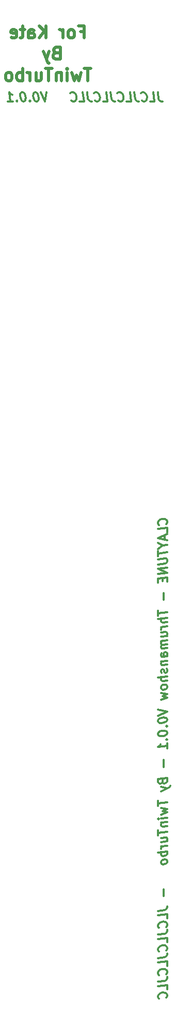
<source format=gbr>
G04 #@! TF.GenerationSoftware,KiCad,Pcbnew,(5.1.7)-1*
G04 #@! TF.CreationDate,2021-12-31T12:27:06+00:00*
G04 #@! TF.ProjectId,Panel,50616e65-6c2e-46b6-9963-61645f706362,rev?*
G04 #@! TF.SameCoordinates,Original*
G04 #@! TF.FileFunction,Legend,Bot*
G04 #@! TF.FilePolarity,Positive*
%FSLAX46Y46*%
G04 Gerber Fmt 4.6, Leading zero omitted, Abs format (unit mm)*
G04 Created by KiCad (PCBNEW (5.1.7)-1) date 2021-12-31 12:27:06*
%MOMM*%
%LPD*%
G01*
G04 APERTURE LIST*
%ADD10C,0.300000*%
%ADD11C,0.500000*%
G04 APERTURE END LIST*
D10*
X180371428Y30101428D02*
X180505357Y29030000D01*
X180603571Y28815714D01*
X180764285Y28672857D01*
X180987500Y28601428D01*
X181130357Y28601428D01*
X179130357Y28601428D02*
X179844642Y28601428D01*
X179657142Y30101428D01*
X177755357Y28744285D02*
X177835714Y28672857D01*
X178058928Y28601428D01*
X178201785Y28601428D01*
X178407142Y28672857D01*
X178532142Y28815714D01*
X178585714Y28958571D01*
X178621428Y29244285D01*
X178594642Y29458571D01*
X178487500Y29744285D01*
X178398214Y29887142D01*
X178237500Y30030000D01*
X178014285Y30101428D01*
X177871428Y30101428D01*
X177666071Y30030000D01*
X177603571Y29958571D01*
X176514285Y30101428D02*
X176648214Y29030000D01*
X176746428Y28815714D01*
X176907142Y28672857D01*
X177130357Y28601428D01*
X177273214Y28601428D01*
X175273214Y28601428D02*
X175987500Y28601428D01*
X175800000Y30101428D01*
X173898214Y28744285D02*
X173978571Y28672857D01*
X174201785Y28601428D01*
X174344642Y28601428D01*
X174550000Y28672857D01*
X174675000Y28815714D01*
X174728571Y28958571D01*
X174764285Y29244285D01*
X174737500Y29458571D01*
X174630357Y29744285D01*
X174541071Y29887142D01*
X174380357Y30030000D01*
X174157142Y30101428D01*
X174014285Y30101428D01*
X173808928Y30030000D01*
X173746428Y29958571D01*
X172657142Y30101428D02*
X172791071Y29030000D01*
X172889285Y28815714D01*
X173050000Y28672857D01*
X173273214Y28601428D01*
X173416071Y28601428D01*
X171416071Y28601428D02*
X172130357Y28601428D01*
X171942857Y30101428D01*
X170041071Y28744285D02*
X170121428Y28672857D01*
X170344642Y28601428D01*
X170487500Y28601428D01*
X170692857Y28672857D01*
X170817857Y28815714D01*
X170871428Y28958571D01*
X170907142Y29244285D01*
X170880357Y29458571D01*
X170773214Y29744285D01*
X170683928Y29887142D01*
X170523214Y30030000D01*
X170300000Y30101428D01*
X170157142Y30101428D01*
X169951785Y30030000D01*
X169889285Y29958571D01*
X168800000Y30101428D02*
X168933928Y29030000D01*
X169032142Y28815714D01*
X169192857Y28672857D01*
X169416071Y28601428D01*
X169558928Y28601428D01*
X167558928Y28601428D02*
X168273214Y28601428D01*
X168085714Y30101428D01*
X166183928Y28744285D02*
X166264285Y28672857D01*
X166487500Y28601428D01*
X166630357Y28601428D01*
X166835714Y28672857D01*
X166960714Y28815714D01*
X167014285Y28958571D01*
X167050000Y29244285D01*
X167023214Y29458571D01*
X166916071Y29744285D01*
X166826785Y29887142D01*
X166666071Y30030000D01*
X166442857Y30101428D01*
X166300000Y30101428D01*
X166094642Y30030000D01*
X166032142Y29958571D01*
X162157142Y30101428D02*
X161844642Y28601428D01*
X161157142Y30101428D01*
X160371428Y30101428D02*
X160228571Y30101428D01*
X160094642Y30030000D01*
X160032142Y29958571D01*
X159978571Y29815714D01*
X159942857Y29530000D01*
X159987500Y29172857D01*
X160094642Y28887142D01*
X160183928Y28744285D01*
X160264285Y28672857D01*
X160416071Y28601428D01*
X160558928Y28601428D01*
X160692857Y28672857D01*
X160755357Y28744285D01*
X160808928Y28887142D01*
X160844642Y29172857D01*
X160800000Y29530000D01*
X160692857Y29815714D01*
X160603571Y29958571D01*
X160523214Y30030000D01*
X160371428Y30101428D01*
X159398214Y28744285D02*
X159335714Y28672857D01*
X159416071Y28601428D01*
X159478571Y28672857D01*
X159398214Y28744285D01*
X159416071Y28601428D01*
X158228571Y30101428D02*
X158085714Y30101428D01*
X157951785Y30030000D01*
X157889285Y29958571D01*
X157835714Y29815714D01*
X157800000Y29530000D01*
X157844642Y29172857D01*
X157951785Y28887142D01*
X158041071Y28744285D01*
X158121428Y28672857D01*
X158273214Y28601428D01*
X158416071Y28601428D01*
X158550000Y28672857D01*
X158612500Y28744285D01*
X158666071Y28887142D01*
X158701785Y29172857D01*
X158657142Y29530000D01*
X158550000Y29815714D01*
X158460714Y29958571D01*
X158380357Y30030000D01*
X158228571Y30101428D01*
X157255357Y28744285D02*
X157192857Y28672857D01*
X157273214Y28601428D01*
X157335714Y28672857D01*
X157255357Y28744285D01*
X157273214Y28601428D01*
X155773214Y28601428D02*
X156630357Y28601428D01*
X156201785Y28601428D02*
X156014285Y30101428D01*
X156183928Y29887142D01*
X156344642Y29744285D01*
X156496428Y29672857D01*
X181775714Y-40491785D02*
X181847142Y-40411428D01*
X181918571Y-40188214D01*
X181918571Y-40045357D01*
X181847142Y-39840000D01*
X181704285Y-39715000D01*
X181561428Y-39661428D01*
X181275714Y-39625714D01*
X181061428Y-39652500D01*
X180775714Y-39759642D01*
X180632857Y-39848928D01*
X180490000Y-40009642D01*
X180418571Y-40232857D01*
X180418571Y-40375714D01*
X180490000Y-40581071D01*
X180561428Y-40643571D01*
X181918571Y-41831071D02*
X181918571Y-41116785D01*
X180418571Y-41304285D01*
X181490000Y-42313214D02*
X181490000Y-43027500D01*
X181918571Y-42116785D02*
X180418571Y-42804285D01*
X181918571Y-43116785D01*
X181204285Y-43991785D02*
X181918571Y-43902500D01*
X180418571Y-43590000D02*
X181204285Y-43991785D01*
X180418571Y-44590000D01*
X180418571Y-44875714D02*
X180418571Y-45732857D01*
X181918571Y-45116785D02*
X180418571Y-45304285D01*
X180418571Y-46232857D02*
X181632857Y-46081071D01*
X181775714Y-46134642D01*
X181847142Y-46197142D01*
X181918571Y-46331071D01*
X181918571Y-46616785D01*
X181847142Y-46768571D01*
X181775714Y-46848928D01*
X181632857Y-46938214D01*
X180418571Y-47090000D01*
X181918571Y-47616785D02*
X180418571Y-47804285D01*
X181918571Y-48473928D01*
X180418571Y-48661428D01*
X181132857Y-49286428D02*
X181132857Y-49786428D01*
X181918571Y-49902500D02*
X181918571Y-49188214D01*
X180418571Y-49375714D01*
X180418571Y-50090000D01*
X181347142Y-51759642D02*
X181347142Y-52902500D01*
X180418571Y-54661428D02*
X180418571Y-55518571D01*
X181918571Y-54902500D02*
X180418571Y-55090000D01*
X181918571Y-55831071D02*
X180418571Y-56018571D01*
X181918571Y-56473928D02*
X181132857Y-56572142D01*
X180990000Y-56518571D01*
X180918571Y-56384642D01*
X180918571Y-56170357D01*
X180990000Y-56018571D01*
X181061428Y-55938214D01*
X181918571Y-57188214D02*
X180918571Y-57313214D01*
X181204285Y-57277500D02*
X181061428Y-57366785D01*
X180990000Y-57447142D01*
X180918571Y-57598928D01*
X180918571Y-57741785D01*
X180918571Y-58884642D02*
X181918571Y-58759642D01*
X180918571Y-58241785D02*
X181704285Y-58143571D01*
X181847142Y-58197142D01*
X181918571Y-58331071D01*
X181918571Y-58545357D01*
X181847142Y-58697142D01*
X181775714Y-58777500D01*
X181918571Y-59473928D02*
X180918571Y-59598928D01*
X181061428Y-59581071D02*
X180990000Y-59661428D01*
X180918571Y-59813214D01*
X180918571Y-60027500D01*
X180990000Y-60161428D01*
X181132857Y-60215000D01*
X181918571Y-60116785D01*
X181132857Y-60215000D02*
X180990000Y-60304285D01*
X180918571Y-60456071D01*
X180918571Y-60670357D01*
X180990000Y-60804285D01*
X181132857Y-60857857D01*
X181918571Y-60759642D01*
X181918571Y-62116785D02*
X181132857Y-62215000D01*
X180990000Y-62161428D01*
X180918571Y-62027500D01*
X180918571Y-61741785D01*
X180990000Y-61590000D01*
X181847142Y-62125714D02*
X181918571Y-61973928D01*
X181918571Y-61616785D01*
X181847142Y-61482857D01*
X181704285Y-61429285D01*
X181561428Y-61447142D01*
X181418571Y-61536428D01*
X181347142Y-61688214D01*
X181347142Y-62045357D01*
X181275714Y-62197142D01*
X180918571Y-62956071D02*
X181918571Y-62831071D01*
X181061428Y-62938214D02*
X180990000Y-63018571D01*
X180918571Y-63170357D01*
X180918571Y-63384642D01*
X180990000Y-63518571D01*
X181132857Y-63572142D01*
X181918571Y-63473928D01*
X181847142Y-64125714D02*
X181918571Y-64259642D01*
X181918571Y-64545357D01*
X181847142Y-64697142D01*
X181704285Y-64786428D01*
X181632857Y-64795357D01*
X181490000Y-64741785D01*
X181418571Y-64607857D01*
X181418571Y-64393571D01*
X181347142Y-64259642D01*
X181204285Y-64206071D01*
X181132857Y-64215000D01*
X180990000Y-64304285D01*
X180918571Y-64456071D01*
X180918571Y-64670357D01*
X180990000Y-64804285D01*
X181918571Y-65402500D02*
X180418571Y-65590000D01*
X181918571Y-66045357D02*
X181132857Y-66143571D01*
X180990000Y-66090000D01*
X180918571Y-65956071D01*
X180918571Y-65741785D01*
X180990000Y-65590000D01*
X181061428Y-65509642D01*
X181918571Y-66973928D02*
X181847142Y-66840000D01*
X181775714Y-66777500D01*
X181632857Y-66723928D01*
X181204285Y-66777500D01*
X181061428Y-66866785D01*
X180990000Y-66947142D01*
X180918571Y-67098928D01*
X180918571Y-67313214D01*
X180990000Y-67447142D01*
X181061428Y-67509642D01*
X181204285Y-67563214D01*
X181632857Y-67509642D01*
X181775714Y-67420357D01*
X181847142Y-67340000D01*
X181918571Y-67188214D01*
X181918571Y-66973928D01*
X180918571Y-68098928D02*
X181918571Y-68259642D01*
X181204285Y-68634642D01*
X181918571Y-68831071D01*
X180918571Y-69241785D01*
X180418571Y-70804285D02*
X181918571Y-71116785D01*
X180418571Y-71804285D01*
X180418571Y-72590000D02*
X180418571Y-72732857D01*
X180490000Y-72866785D01*
X180561428Y-72929285D01*
X180704285Y-72982857D01*
X180990000Y-73018571D01*
X181347142Y-72973928D01*
X181632857Y-72866785D01*
X181775714Y-72777500D01*
X181847142Y-72697142D01*
X181918571Y-72545357D01*
X181918571Y-72402500D01*
X181847142Y-72268571D01*
X181775714Y-72206071D01*
X181632857Y-72152500D01*
X181347142Y-72116785D01*
X180990000Y-72161428D01*
X180704285Y-72268571D01*
X180561428Y-72357857D01*
X180490000Y-72438214D01*
X180418571Y-72590000D01*
X181775714Y-73563214D02*
X181847142Y-73625714D01*
X181918571Y-73545357D01*
X181847142Y-73482857D01*
X181775714Y-73563214D01*
X181918571Y-73545357D01*
X180418571Y-74732857D02*
X180418571Y-74875714D01*
X180490000Y-75009642D01*
X180561428Y-75072142D01*
X180704285Y-75125714D01*
X180990000Y-75161428D01*
X181347142Y-75116785D01*
X181632857Y-75009642D01*
X181775714Y-74920357D01*
X181847142Y-74840000D01*
X181918571Y-74688214D01*
X181918571Y-74545357D01*
X181847142Y-74411428D01*
X181775714Y-74348928D01*
X181632857Y-74295357D01*
X181347142Y-74259642D01*
X180990000Y-74304285D01*
X180704285Y-74411428D01*
X180561428Y-74500714D01*
X180490000Y-74581071D01*
X180418571Y-74732857D01*
X181775714Y-75706071D02*
X181847142Y-75768571D01*
X181918571Y-75688214D01*
X181847142Y-75625714D01*
X181775714Y-75706071D01*
X181918571Y-75688214D01*
X181918571Y-77188214D02*
X181918571Y-76331071D01*
X181918571Y-76759642D02*
X180418571Y-76947142D01*
X180632857Y-76777500D01*
X180775714Y-76616785D01*
X180847142Y-76465000D01*
X181347142Y-79045357D02*
X181347142Y-80188214D01*
X181132857Y-82572142D02*
X181204285Y-82777500D01*
X181275714Y-82840000D01*
X181418571Y-82893571D01*
X181632857Y-82866785D01*
X181775714Y-82777500D01*
X181847142Y-82697142D01*
X181918571Y-82545357D01*
X181918571Y-81973928D01*
X180418571Y-82161428D01*
X180418571Y-82661428D01*
X180490000Y-82795357D01*
X180561428Y-82857857D01*
X180704285Y-82911428D01*
X180847142Y-82893571D01*
X180990000Y-82804285D01*
X181061428Y-82723928D01*
X181132857Y-82572142D01*
X181132857Y-82072142D01*
X180918571Y-83456071D02*
X181918571Y-83688214D01*
X180918571Y-84170357D02*
X181918571Y-83688214D01*
X182275714Y-83500714D01*
X182347142Y-83420357D01*
X182418571Y-83268571D01*
X180418571Y-85732857D02*
X180418571Y-86590000D01*
X181918571Y-85973928D02*
X180418571Y-86161428D01*
X180918571Y-86884642D02*
X181918571Y-87045357D01*
X181204285Y-87420357D01*
X181918571Y-87616785D01*
X180918571Y-88027500D01*
X181918571Y-88473928D02*
X180918571Y-88598928D01*
X180418571Y-88661428D02*
X180490000Y-88581071D01*
X180561428Y-88643571D01*
X180490000Y-88723928D01*
X180418571Y-88661428D01*
X180561428Y-88643571D01*
X180918571Y-89313214D02*
X181918571Y-89188214D01*
X181061428Y-89295357D02*
X180990000Y-89375714D01*
X180918571Y-89527500D01*
X180918571Y-89741785D01*
X180990000Y-89875714D01*
X181132857Y-89929285D01*
X181918571Y-89831071D01*
X180418571Y-90518571D02*
X180418571Y-91375714D01*
X181918571Y-90759642D02*
X180418571Y-90947142D01*
X180918571Y-92456071D02*
X181918571Y-92331071D01*
X180918571Y-91813214D02*
X181704285Y-91715000D01*
X181847142Y-91768571D01*
X181918571Y-91902500D01*
X181918571Y-92116785D01*
X181847142Y-92268571D01*
X181775714Y-92348928D01*
X181918571Y-93045357D02*
X180918571Y-93170357D01*
X181204285Y-93134642D02*
X181061428Y-93223928D01*
X180990000Y-93304285D01*
X180918571Y-93456071D01*
X180918571Y-93598928D01*
X181918571Y-93973928D02*
X180418571Y-94161428D01*
X180990000Y-94090000D02*
X180918571Y-94241785D01*
X180918571Y-94527500D01*
X180990000Y-94661428D01*
X181061428Y-94723928D01*
X181204285Y-94777500D01*
X181632857Y-94723928D01*
X181775714Y-94634642D01*
X181847142Y-94554285D01*
X181918571Y-94402500D01*
X181918571Y-94116785D01*
X181847142Y-93982857D01*
X181918571Y-95545357D02*
X181847142Y-95411428D01*
X181775714Y-95348928D01*
X181632857Y-95295357D01*
X181204285Y-95348928D01*
X181061428Y-95438214D01*
X180990000Y-95518571D01*
X180918571Y-95670357D01*
X180918571Y-95884642D01*
X180990000Y-96018571D01*
X181061428Y-96081071D01*
X181204285Y-96134642D01*
X181632857Y-96081071D01*
X181775714Y-95991785D01*
X181847142Y-95911428D01*
X181918571Y-95759642D01*
X181918571Y-95545357D01*
X181347142Y-100188214D02*
X181347142Y-101331071D01*
X180418571Y-103732857D02*
X181490000Y-103598928D01*
X181704285Y-103500714D01*
X181847142Y-103340000D01*
X181918571Y-103116785D01*
X181918571Y-102973928D01*
X181918571Y-104973928D02*
X181918571Y-104259642D01*
X180418571Y-104447142D01*
X181775714Y-106348928D02*
X181847142Y-106268571D01*
X181918571Y-106045357D01*
X181918571Y-105902500D01*
X181847142Y-105697142D01*
X181704285Y-105572142D01*
X181561428Y-105518571D01*
X181275714Y-105482857D01*
X181061428Y-105509642D01*
X180775714Y-105616785D01*
X180632857Y-105706071D01*
X180490000Y-105866785D01*
X180418571Y-106090000D01*
X180418571Y-106232857D01*
X180490000Y-106438214D01*
X180561428Y-106500714D01*
X180418571Y-107590000D02*
X181490000Y-107456071D01*
X181704285Y-107357857D01*
X181847142Y-107197142D01*
X181918571Y-106973928D01*
X181918571Y-106831071D01*
X181918571Y-108831071D02*
X181918571Y-108116785D01*
X180418571Y-108304285D01*
X181775714Y-110206071D02*
X181847142Y-110125714D01*
X181918571Y-109902500D01*
X181918571Y-109759642D01*
X181847142Y-109554285D01*
X181704285Y-109429285D01*
X181561428Y-109375714D01*
X181275714Y-109340000D01*
X181061428Y-109366785D01*
X180775714Y-109473928D01*
X180632857Y-109563214D01*
X180490000Y-109723928D01*
X180418571Y-109947142D01*
X180418571Y-110090000D01*
X180490000Y-110295357D01*
X180561428Y-110357857D01*
X180418571Y-111447142D02*
X181490000Y-111313214D01*
X181704285Y-111215000D01*
X181847142Y-111054285D01*
X181918571Y-110831071D01*
X181918571Y-110688214D01*
X181918571Y-112688214D02*
X181918571Y-111973928D01*
X180418571Y-112161428D01*
X181775714Y-114063214D02*
X181847142Y-113982857D01*
X181918571Y-113759642D01*
X181918571Y-113616785D01*
X181847142Y-113411428D01*
X181704285Y-113286428D01*
X181561428Y-113232857D01*
X181275714Y-113197142D01*
X181061428Y-113223928D01*
X180775714Y-113331071D01*
X180632857Y-113420357D01*
X180490000Y-113581071D01*
X180418571Y-113804285D01*
X180418571Y-113947142D01*
X180490000Y-114152500D01*
X180561428Y-114215000D01*
X180418571Y-115304285D02*
X181490000Y-115170357D01*
X181704285Y-115072142D01*
X181847142Y-114911428D01*
X181918571Y-114688214D01*
X181918571Y-114545357D01*
X181918571Y-116545357D02*
X181918571Y-115831071D01*
X180418571Y-116018571D01*
X181775714Y-117920357D02*
X181847142Y-117840000D01*
X181918571Y-117616785D01*
X181918571Y-117473928D01*
X181847142Y-117268571D01*
X181704285Y-117143571D01*
X181561428Y-117090000D01*
X181275714Y-117054285D01*
X181061428Y-117081071D01*
X180775714Y-117188214D01*
X180632857Y-117277500D01*
X180490000Y-117438214D01*
X180418571Y-117661428D01*
X180418571Y-117804285D01*
X180490000Y-118009642D01*
X180561428Y-118072142D01*
D11*
X167673333Y40032857D02*
X168340000Y40032857D01*
X168340000Y38985238D02*
X168340000Y40985238D01*
X167387619Y40985238D01*
X166340000Y38985238D02*
X166530476Y39080476D01*
X166625714Y39175714D01*
X166720952Y39366190D01*
X166720952Y39937619D01*
X166625714Y40128095D01*
X166530476Y40223333D01*
X166340000Y40318571D01*
X166054285Y40318571D01*
X165863809Y40223333D01*
X165768571Y40128095D01*
X165673333Y39937619D01*
X165673333Y39366190D01*
X165768571Y39175714D01*
X165863809Y39080476D01*
X166054285Y38985238D01*
X166340000Y38985238D01*
X164816190Y38985238D02*
X164816190Y40318571D01*
X164816190Y39937619D02*
X164720952Y40128095D01*
X164625714Y40223333D01*
X164435238Y40318571D01*
X164244761Y40318571D01*
X162054285Y38985238D02*
X162054285Y40985238D01*
X160911428Y38985238D02*
X161768571Y40128095D01*
X160911428Y40985238D02*
X162054285Y39842380D01*
X159197142Y38985238D02*
X159197142Y40032857D01*
X159292380Y40223333D01*
X159482857Y40318571D01*
X159863809Y40318571D01*
X160054285Y40223333D01*
X159197142Y39080476D02*
X159387619Y38985238D01*
X159863809Y38985238D01*
X160054285Y39080476D01*
X160149523Y39270952D01*
X160149523Y39461428D01*
X160054285Y39651904D01*
X159863809Y39747142D01*
X159387619Y39747142D01*
X159197142Y39842380D01*
X158530476Y40318571D02*
X157768571Y40318571D01*
X158244761Y40985238D02*
X158244761Y39270952D01*
X158149523Y39080476D01*
X157959047Y38985238D01*
X157768571Y38985238D01*
X156340000Y39080476D02*
X156530476Y38985238D01*
X156911428Y38985238D01*
X157101904Y39080476D01*
X157197142Y39270952D01*
X157197142Y40032857D01*
X157101904Y40223333D01*
X156911428Y40318571D01*
X156530476Y40318571D01*
X156340000Y40223333D01*
X156244761Y40032857D01*
X156244761Y39842380D01*
X157197142Y39651904D01*
X163720952Y36532857D02*
X163435238Y36437619D01*
X163340000Y36342380D01*
X163244761Y36151904D01*
X163244761Y35866190D01*
X163340000Y35675714D01*
X163435238Y35580476D01*
X163625714Y35485238D01*
X164387619Y35485238D01*
X164387619Y37485238D01*
X163720952Y37485238D01*
X163530476Y37390000D01*
X163435238Y37294761D01*
X163340000Y37104285D01*
X163340000Y36913809D01*
X163435238Y36723333D01*
X163530476Y36628095D01*
X163720952Y36532857D01*
X164387619Y36532857D01*
X162578095Y36818571D02*
X162101904Y35485238D01*
X161625714Y36818571D02*
X162101904Y35485238D01*
X162292380Y35009047D01*
X162387619Y34913809D01*
X162578095Y34818571D01*
X169435238Y33985238D02*
X168292380Y33985238D01*
X168863809Y31985238D02*
X168863809Y33985238D01*
X167816190Y33318571D02*
X167435238Y31985238D01*
X167054285Y32937619D01*
X166673333Y31985238D01*
X166292380Y33318571D01*
X165530476Y31985238D02*
X165530476Y33318571D01*
X165530476Y33985238D02*
X165625714Y33890000D01*
X165530476Y33794761D01*
X165435238Y33890000D01*
X165530476Y33985238D01*
X165530476Y33794761D01*
X164578095Y33318571D02*
X164578095Y31985238D01*
X164578095Y33128095D02*
X164482857Y33223333D01*
X164292380Y33318571D01*
X164006666Y33318571D01*
X163816190Y33223333D01*
X163720952Y33032857D01*
X163720952Y31985238D01*
X163054285Y33985238D02*
X161911428Y33985238D01*
X162482857Y31985238D02*
X162482857Y33985238D01*
X160387619Y33318571D02*
X160387619Y31985238D01*
X161244761Y33318571D02*
X161244761Y32270952D01*
X161149523Y32080476D01*
X160959047Y31985238D01*
X160673333Y31985238D01*
X160482857Y32080476D01*
X160387619Y32175714D01*
X159435238Y31985238D02*
X159435238Y33318571D01*
X159435238Y32937619D02*
X159340000Y33128095D01*
X159244761Y33223333D01*
X159054285Y33318571D01*
X158863809Y33318571D01*
X158197142Y31985238D02*
X158197142Y33985238D01*
X158197142Y33223333D02*
X158006666Y33318571D01*
X157625714Y33318571D01*
X157435238Y33223333D01*
X157340000Y33128095D01*
X157244761Y32937619D01*
X157244761Y32366190D01*
X157340000Y32175714D01*
X157435238Y32080476D01*
X157625714Y31985238D01*
X158006666Y31985238D01*
X158197142Y32080476D01*
X156101904Y31985238D02*
X156292380Y32080476D01*
X156387619Y32175714D01*
X156482857Y32366190D01*
X156482857Y32937619D01*
X156387619Y33128095D01*
X156292380Y33223333D01*
X156101904Y33318571D01*
X155816190Y33318571D01*
X155625714Y33223333D01*
X155530476Y33128095D01*
X155435238Y32937619D01*
X155435238Y32366190D01*
X155530476Y32175714D01*
X155625714Y32080476D01*
X155816190Y31985238D01*
X156101904Y31985238D01*
M02*

</source>
